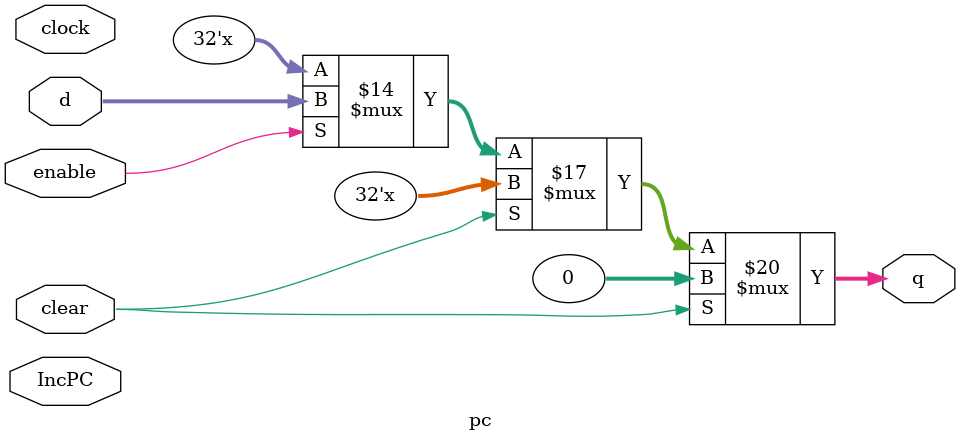
<source format=v>
module pc #(parameter qInitial = 32'b0)(
	input wire clock, 
	input wire clear,
	input wire IncPC,
	input wire enable,
	input wire [31:0] d,
	output reg [31:0] q
);
		
	
	initial q = qInitial;
	always@(clock) 
	begin
		if (clear) begin
			q[31:0] = 32'b0;
		end
		else if (enable) begin
			q[31:0] = d[31:0];
		end
		else if (IncPC) begin
			q[31:0] = q[31:0] + 1'b1;
		end 

	end
endmodule

</source>
